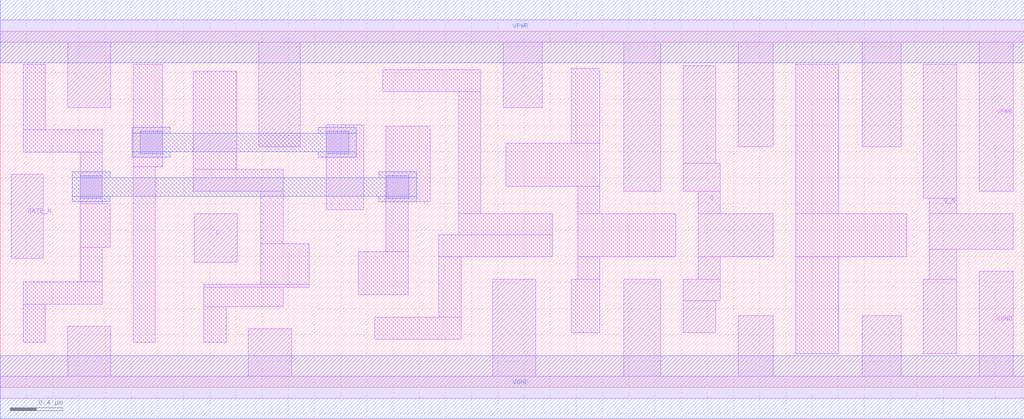
<source format=lef>
# Copyright 2020 The SkyWater PDK Authors
#
# Licensed under the Apache License, Version 2.0 (the "License");
# you may not use this file except in compliance with the License.
# You may obtain a copy of the License at
#
#     https://www.apache.org/licenses/LICENSE-2.0
#
# Unless required by applicable law or agreed to in writing, software
# distributed under the License is distributed on an "AS IS" BASIS,
# WITHOUT WARRANTIES OR CONDITIONS OF ANY KIND, either express or implied.
# See the License for the specific language governing permissions and
# limitations under the License.
#
# SPDX-License-Identifier: Apache-2.0

VERSION 5.5 ;
NAMESCASESENSITIVE ON ;
BUSBITCHARS "[]" ;
DIVIDERCHAR "/" ;
MACRO sky130_fd_sc_hd__dlxbn_2
  CLASS CORE ;
  SOURCE USER ;
  ORIGIN  0.000000  0.000000 ;
  SIZE  7.820000 BY  2.720000 ;
  SYMMETRY X Y R90 ;
  SITE unithd ;
  PIN D
    ANTENNAGATEAREA  0.159000 ;
    DIRECTION INPUT ;
    USE SIGNAL ;
    PORT
      LAYER li1 ;
        RECT 1.480000 0.955000 1.810000 1.325000 ;
    END
  END D
  PIN Q
    ANTENNADIFFAREA  0.445500 ;
    DIRECTION OUTPUT ;
    USE SIGNAL ;
    PORT
      LAYER li1 ;
        RECT 5.215000 0.415000 5.465000 0.660000 ;
        RECT 5.215000 0.660000 5.500000 0.825000 ;
        RECT 5.215000 1.495000 5.500000 1.710000 ;
        RECT 5.215000 1.710000 5.465000 2.455000 ;
        RECT 5.330000 0.825000 5.500000 0.995000 ;
        RECT 5.330000 0.995000 5.905000 1.325000 ;
        RECT 5.330000 1.325000 5.500000 1.495000 ;
    END
  END Q
  PIN Q_N
    ANTENNADIFFAREA  0.453750 ;
    DIRECTION OUTPUT ;
    USE SIGNAL ;
    PORT
      LAYER li1 ;
        RECT 7.050000 0.255000 7.305000 0.825000 ;
        RECT 7.050000 1.445000 7.305000 2.465000 ;
        RECT 7.095000 0.825000 7.305000 1.055000 ;
        RECT 7.095000 1.055000 7.735000 1.325000 ;
        RECT 7.095000 1.325000 7.305000 1.445000 ;
    END
  END Q_N
  PIN GATE_N
    ANTENNAGATEAREA  0.159000 ;
    DIRECTION INPUT ;
    USE CLOCK ;
    PORT
      LAYER li1 ;
        RECT 0.085000 0.985000 0.330000 1.625000 ;
    END
  END GATE_N
  PIN VGND
    DIRECTION INOUT ;
    SHAPE ABUTMENT ;
    USE GROUND ;
    PORT
      LAYER li1 ;
        RECT 0.000000 -0.085000 7.820000 0.085000 ;
        RECT 0.515000  0.085000 0.845000 0.465000 ;
        RECT 1.895000  0.085000 2.225000 0.445000 ;
        RECT 3.760000  0.085000 4.090000 0.825000 ;
        RECT 4.760000  0.085000 5.045000 0.825000 ;
        RECT 5.635000  0.085000 5.905000 0.545000 ;
        RECT 6.585000  0.085000 6.880000 0.545000 ;
        RECT 7.475000  0.085000 7.735000 0.885000 ;
    END
    PORT
      LAYER met1 ;
        RECT 0.000000 -0.240000 7.820000 0.240000 ;
    END
  END VGND
  PIN VPWR
    DIRECTION INOUT ;
    SHAPE ABUTMENT ;
    USE POWER ;
    PORT
      LAYER li1 ;
        RECT 0.000000 2.635000 7.820000 2.805000 ;
        RECT 0.515000 2.135000 0.845000 2.635000 ;
        RECT 1.975000 1.835000 2.290000 2.635000 ;
        RECT 3.840000 2.135000 4.140000 2.635000 ;
        RECT 4.760000 1.495000 5.045000 2.635000 ;
        RECT 5.635000 1.835000 5.905000 2.635000 ;
        RECT 6.585000 1.835000 6.880000 2.635000 ;
        RECT 7.475000 1.495000 7.735000 2.635000 ;
    END
    PORT
      LAYER met1 ;
        RECT 0.000000 2.480000 7.820000 2.960000 ;
    END
  END VPWR
  OBS
    LAYER li1 ;
      RECT 0.175000 0.345000 0.345000 0.635000 ;
      RECT 0.175000 0.635000 0.780000 0.805000 ;
      RECT 0.175000 1.795000 0.780000 1.965000 ;
      RECT 0.175000 1.965000 0.345000 2.465000 ;
      RECT 0.610000 0.805000 0.780000 1.070000 ;
      RECT 0.610000 1.070000 0.840000 1.400000 ;
      RECT 0.610000 1.400000 0.780000 1.795000 ;
      RECT 1.015000 0.345000 1.185000 1.685000 ;
      RECT 1.015000 1.685000 1.240000 2.465000 ;
      RECT 1.475000 1.495000 2.160000 1.665000 ;
      RECT 1.475000 1.665000 1.805000 2.415000 ;
      RECT 1.555000 0.345000 1.725000 0.615000 ;
      RECT 1.555000 0.615000 2.160000 0.765000 ;
      RECT 1.555000 0.765000 2.360000 0.785000 ;
      RECT 1.990000 0.785000 2.360000 1.095000 ;
      RECT 1.990000 1.095000 2.160000 1.495000 ;
      RECT 2.490000 1.355000 2.775000 2.005000 ;
      RECT 2.735000 0.705000 3.115000 1.035000 ;
      RECT 2.860000 0.365000 3.520000 0.535000 ;
      RECT 2.920000 2.255000 3.670000 2.425000 ;
      RECT 2.945000 1.035000 3.115000 1.415000 ;
      RECT 2.945000 1.415000 3.285000 1.995000 ;
      RECT 3.350000 0.535000 3.520000 0.995000 ;
      RECT 3.350000 0.995000 4.220000 1.165000 ;
      RECT 3.500000 1.165000 4.220000 1.325000 ;
      RECT 3.500000 1.325000 3.670000 2.255000 ;
      RECT 3.860000 1.535000 4.580000 1.865000 ;
      RECT 4.360000 0.415000 4.580000 0.825000 ;
      RECT 4.360000 1.865000 4.580000 2.435000 ;
      RECT 4.410000 0.825000 4.580000 0.995000 ;
      RECT 4.410000 0.995000 5.160000 1.325000 ;
      RECT 4.410000 1.325000 4.580000 1.535000 ;
      RECT 6.075000 0.255000 6.405000 0.995000 ;
      RECT 6.075000 0.995000 6.925000 1.325000 ;
      RECT 6.075000 1.325000 6.405000 2.465000 ;
    LAYER mcon ;
      RECT 0.610000 1.445000 0.780000 1.615000 ;
      RECT 1.070000 1.785000 1.240000 1.955000 ;
      RECT 2.490000 1.785000 2.660000 1.955000 ;
      RECT 2.950000 1.445000 3.120000 1.615000 ;
    LAYER met1 ;
      RECT 0.550000 1.415000 0.840000 1.460000 ;
      RECT 0.550000 1.460000 3.180000 1.600000 ;
      RECT 0.550000 1.600000 0.840000 1.645000 ;
      RECT 1.010000 1.755000 1.300000 1.800000 ;
      RECT 1.010000 1.800000 2.720000 1.940000 ;
      RECT 1.010000 1.940000 1.300000 1.985000 ;
      RECT 2.430000 1.755000 2.720000 1.800000 ;
      RECT 2.430000 1.940000 2.720000 1.985000 ;
      RECT 2.890000 1.415000 3.180000 1.460000 ;
      RECT 2.890000 1.600000 3.180000 1.645000 ;
  END
END sky130_fd_sc_hd__dlxbn_2

</source>
